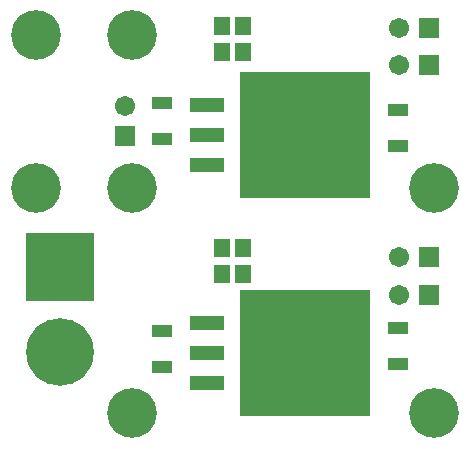
<source format=gts>
G04*
G04 #@! TF.GenerationSoftware,Altium Limited,Altium Designer,18.1.11 (251)*
G04*
G04 Layer_Color=8388736*
%FSLAX25Y25*%
%MOIN*%
G70*
G01*
G75*
%ADD15R,0.43600X0.42000*%
%ADD16R,0.11400X0.04800*%
%ADD17R,0.07100X0.04300*%
%ADD18R,0.05524X0.06312*%
%ADD19R,0.22517X0.22517*%
%ADD20C,0.22517*%
%ADD21R,0.06706X0.06706*%
%ADD22C,0.06706*%
%ADD23R,0.06706X0.06706*%
%ADD24C,0.02800*%
%ADD25C,0.16548*%
D15*
X486600Y398462D02*
D03*
Y325500D02*
D03*
D16*
X454000Y388462D02*
D03*
Y398462D02*
D03*
Y408462D02*
D03*
Y315500D02*
D03*
Y325500D02*
D03*
Y335500D02*
D03*
D17*
X517500Y394500D02*
D03*
Y406500D02*
D03*
Y322000D02*
D03*
Y334000D02*
D03*
X439000Y321000D02*
D03*
Y333000D02*
D03*
Y397000D02*
D03*
Y409000D02*
D03*
D18*
X466043Y360500D02*
D03*
X458957D02*
D03*
Y352000D02*
D03*
X466043D02*
D03*
X466043Y434500D02*
D03*
X458957D02*
D03*
X458957Y426000D02*
D03*
X466043D02*
D03*
D19*
X405000Y354173D02*
D03*
D20*
Y325827D02*
D03*
D21*
X528000Y421500D02*
D03*
Y434000D02*
D03*
Y345000D02*
D03*
Y357500D02*
D03*
D22*
X518000Y421500D02*
D03*
Y434000D02*
D03*
Y345000D02*
D03*
Y357500D02*
D03*
X426500Y408000D02*
D03*
D23*
Y398000D02*
D03*
D24*
X485000Y401500D02*
D03*
X482000D02*
D03*
X479000D02*
D03*
X476000D02*
D03*
X473000D02*
D03*
X470000D02*
D03*
X485000Y404500D02*
D03*
X482000D02*
D03*
X479000D02*
D03*
X476000D02*
D03*
X473000D02*
D03*
X470000D02*
D03*
X485000Y407500D02*
D03*
X482000D02*
D03*
X479000D02*
D03*
X476000D02*
D03*
X473000D02*
D03*
X470000D02*
D03*
X485000Y410500D02*
D03*
X482000D02*
D03*
X479000D02*
D03*
X476000D02*
D03*
X473000D02*
D03*
X470000D02*
D03*
X493000Y329000D02*
D03*
Y332000D02*
D03*
Y335000D02*
D03*
Y338000D02*
D03*
Y341000D02*
D03*
Y344000D02*
D03*
X490000Y329000D02*
D03*
X487000D02*
D03*
X484000D02*
D03*
X481000D02*
D03*
X478000D02*
D03*
X475000D02*
D03*
X472000D02*
D03*
X469000D02*
D03*
X490000Y332000D02*
D03*
X487000D02*
D03*
X484000D02*
D03*
X481000D02*
D03*
X478000D02*
D03*
X475000D02*
D03*
X472000D02*
D03*
X469000D02*
D03*
X490000Y335000D02*
D03*
X487000D02*
D03*
X484000D02*
D03*
X481000D02*
D03*
X478000D02*
D03*
X475000D02*
D03*
X472000D02*
D03*
X469000D02*
D03*
X490000Y338000D02*
D03*
X487000D02*
D03*
X484000D02*
D03*
X481000D02*
D03*
X478000D02*
D03*
X475000D02*
D03*
X472000D02*
D03*
X469000D02*
D03*
X490000Y341000D02*
D03*
X487000D02*
D03*
X484000D02*
D03*
X481000D02*
D03*
X478000D02*
D03*
X475000D02*
D03*
X472000D02*
D03*
X469000D02*
D03*
X490000Y344000D02*
D03*
X487000D02*
D03*
X484000D02*
D03*
X481000D02*
D03*
X478000D02*
D03*
X475000D02*
D03*
X472000D02*
D03*
X469000D02*
D03*
X485000Y413500D02*
D03*
X482000D02*
D03*
X479000D02*
D03*
X476000D02*
D03*
X473000D02*
D03*
X470000D02*
D03*
X485000Y416500D02*
D03*
X482000D02*
D03*
X479000D02*
D03*
X476000D02*
D03*
X473000D02*
D03*
X470000D02*
D03*
D25*
X429000Y305500D02*
D03*
X529500D02*
D03*
X397000Y380500D02*
D03*
Y431500D02*
D03*
X429000D02*
D03*
X529500Y380500D02*
D03*
X429000D02*
D03*
M02*

</source>
